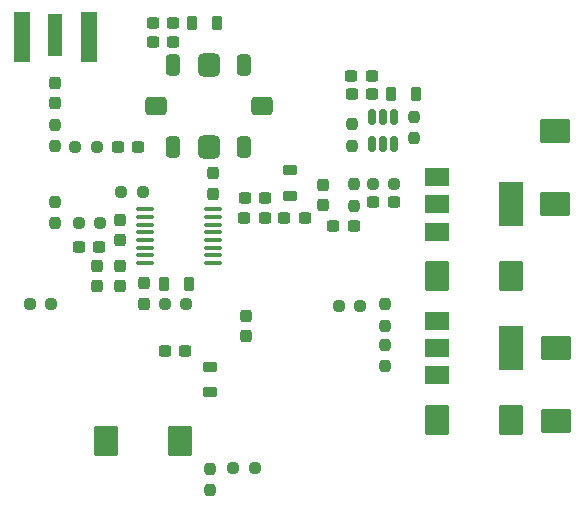
<source format=gbr>
%TF.GenerationSoftware,KiCad,Pcbnew,7.0.6-0*%
%TF.CreationDate,2023-12-30T17:32:03-06:00*%
%TF.ProjectId,LO_PLL,4c4f5f50-4c4c-42e6-9b69-6361645f7063,rev?*%
%TF.SameCoordinates,Original*%
%TF.FileFunction,Paste,Top*%
%TF.FilePolarity,Positive*%
%FSLAX46Y46*%
G04 Gerber Fmt 4.6, Leading zero omitted, Abs format (unit mm)*
G04 Created by KiCad (PCBNEW 7.0.6-0) date 2023-12-30 17:32:03*
%MOMM*%
%LPD*%
G01*
G04 APERTURE LIST*
G04 Aperture macros list*
%AMRoundRect*
0 Rectangle with rounded corners*
0 $1 Rounding radius*
0 $2 $3 $4 $5 $6 $7 $8 $9 X,Y pos of 4 corners*
0 Add a 4 corners polygon primitive as box body*
4,1,4,$2,$3,$4,$5,$6,$7,$8,$9,$2,$3,0*
0 Add four circle primitives for the rounded corners*
1,1,$1+$1,$2,$3*
1,1,$1+$1,$4,$5*
1,1,$1+$1,$6,$7*
1,1,$1+$1,$8,$9*
0 Add four rect primitives between the rounded corners*
20,1,$1+$1,$2,$3,$4,$5,0*
20,1,$1+$1,$4,$5,$6,$7,0*
20,1,$1+$1,$6,$7,$8,$9,0*
20,1,$1+$1,$8,$9,$2,$3,0*%
G04 Aperture macros list end*
%ADD10RoundRect,0.237500X0.237500X-0.300000X0.237500X0.300000X-0.237500X0.300000X-0.237500X-0.300000X0*%
%ADD11RoundRect,0.250000X-1.025000X0.787500X-1.025000X-0.787500X1.025000X-0.787500X1.025000X0.787500X0*%
%ADD12RoundRect,0.237500X-0.237500X0.250000X-0.237500X-0.250000X0.237500X-0.250000X0.237500X0.250000X0*%
%ADD13RoundRect,0.237500X-0.300000X-0.237500X0.300000X-0.237500X0.300000X0.237500X-0.300000X0.237500X0*%
%ADD14RoundRect,0.237500X0.237500X-0.250000X0.237500X0.250000X-0.237500X0.250000X-0.237500X-0.250000X0*%
%ADD15R,2.000000X1.500000*%
%ADD16R,2.000000X3.800000*%
%ADD17RoundRect,0.250000X0.787500X1.025000X-0.787500X1.025000X-0.787500X-1.025000X0.787500X-1.025000X0*%
%ADD18RoundRect,0.237500X-0.237500X0.300000X-0.237500X-0.300000X0.237500X-0.300000X0.237500X0.300000X0*%
%ADD19RoundRect,0.237500X0.300000X0.237500X-0.300000X0.237500X-0.300000X-0.237500X0.300000X-0.237500X0*%
%ADD20RoundRect,0.237500X0.250000X0.237500X-0.250000X0.237500X-0.250000X-0.237500X0.250000X-0.237500X0*%
%ADD21RoundRect,0.237500X-0.250000X-0.237500X0.250000X-0.237500X0.250000X0.237500X-0.250000X0.237500X0*%
%ADD22RoundRect,0.250000X-0.787500X-1.025000X0.787500X-1.025000X0.787500X1.025000X-0.787500X1.025000X0*%
%ADD23RoundRect,0.218750X-0.381250X0.218750X-0.381250X-0.218750X0.381250X-0.218750X0.381250X0.218750X0*%
%ADD24RoundRect,0.218750X0.218750X0.381250X-0.218750X0.381250X-0.218750X-0.381250X0.218750X-0.381250X0*%
%ADD25RoundRect,0.218750X-0.218750X-0.381250X0.218750X-0.381250X0.218750X0.381250X-0.218750X0.381250X0*%
%ADD26RoundRect,0.100000X-0.637500X-0.100000X0.637500X-0.100000X0.637500X0.100000X-0.637500X0.100000X0*%
%ADD27RoundRect,0.150000X0.150000X-0.512500X0.150000X0.512500X-0.150000X0.512500X-0.150000X-0.512500X0*%
%ADD28R,1.270000X3.600000*%
%ADD29R,1.350000X4.200000*%
%ADD30RoundRect,0.250000X1.025000X-0.787500X1.025000X0.787500X-1.025000X0.787500X-1.025000X-0.787500X0*%
%ADD31RoundRect,0.300000X0.300000X0.600000X-0.300000X0.600000X-0.300000X-0.600000X0.300000X-0.600000X0*%
%ADD32RoundRect,0.475000X-0.475000X0.525000X-0.475000X-0.525000X0.475000X-0.525000X0.475000X0.525000X0*%
%ADD33RoundRect,0.400000X-0.550000X0.400000X-0.550000X-0.400000X0.550000X-0.400000X0.550000X0.400000X0*%
%ADD34RoundRect,0.218750X0.381250X-0.218750X0.381250X0.218750X-0.381250X0.218750X-0.381250X-0.218750X0*%
G04 APERTURE END LIST*
D10*
%TO.C,C15*%
X40100000Y-59012500D03*
X40100000Y-57287500D03*
%TD*%
D11*
%TO.C,C6*%
X77000000Y-68107500D03*
X77000000Y-74332500D03*
%TD*%
D12*
%TO.C,R6*%
X62520000Y-67837500D03*
X62520000Y-69662500D03*
%TD*%
D13*
%TO.C,C10*%
X53990000Y-57150000D03*
X55715000Y-57150000D03*
%TD*%
D14*
%TO.C,R9*%
X59880000Y-56075000D03*
X59880000Y-54250000D03*
%TD*%
%TO.C,R11*%
X64930000Y-50370000D03*
X64930000Y-48545000D03*
%TD*%
D10*
%TO.C,C13*%
X47962500Y-55050000D03*
X47962500Y-53325000D03*
%TD*%
D15*
%TO.C,U2*%
X66910000Y-65830000D03*
D16*
X73210000Y-68130000D03*
D15*
X66910000Y-68130000D03*
X66910000Y-70430000D03*
%TD*%
D17*
%TO.C,C1*%
X45150000Y-75960000D03*
X38925000Y-75960000D03*
%TD*%
D18*
%TO.C,C12*%
X40100000Y-61150000D03*
X40100000Y-62875000D03*
%TD*%
D19*
%TO.C,C14*%
X52350000Y-55400000D03*
X50625000Y-55400000D03*
%TD*%
%TO.C,C16*%
X38325000Y-59562500D03*
X36600000Y-59562500D03*
%TD*%
D10*
%TO.C,C25*%
X34600000Y-47375000D03*
X34600000Y-45650000D03*
%TD*%
D20*
%TO.C,R13*%
X38100000Y-51150000D03*
X36275000Y-51150000D03*
%TD*%
D21*
%TO.C,R16*%
X58605000Y-64580000D03*
X60430000Y-64580000D03*
%TD*%
D22*
%TO.C,C2*%
X66957500Y-74200000D03*
X73182500Y-74200000D03*
%TD*%
D13*
%TO.C,C5*%
X43850000Y-68400000D03*
X45575000Y-68400000D03*
%TD*%
%TO.C,C20*%
X59685000Y-46610000D03*
X61410000Y-46610000D03*
%TD*%
D20*
%TO.C,R7*%
X42012500Y-54900000D03*
X40187500Y-54900000D03*
%TD*%
D12*
%TO.C,R5*%
X62520000Y-64425000D03*
X62520000Y-66250000D03*
%TD*%
D13*
%TO.C,C21*%
X59680000Y-45070000D03*
X61405000Y-45070000D03*
%TD*%
%TO.C,C23*%
X42860000Y-40600000D03*
X44585000Y-40600000D03*
%TD*%
D23*
%TO.C,FB1*%
X47720000Y-69717500D03*
X47720000Y-71842500D03*
%TD*%
D13*
%TO.C,C18*%
X58142500Y-57775000D03*
X59867500Y-57775000D03*
%TD*%
D14*
%TO.C,R15*%
X34600000Y-57562500D03*
X34600000Y-55737500D03*
%TD*%
D24*
%TO.C,FB4*%
X65142500Y-46610000D03*
X63017500Y-46610000D03*
%TD*%
D14*
%TO.C,R14*%
X34600000Y-51062500D03*
X34600000Y-49237500D03*
%TD*%
D21*
%TO.C,R10*%
X61480000Y-54250000D03*
X63305000Y-54250000D03*
%TD*%
D25*
%TO.C,FB5*%
X46160000Y-40600000D03*
X48285000Y-40600000D03*
%TD*%
D26*
%TO.C,U4*%
X42237500Y-56375000D03*
X42237500Y-57025000D03*
X42237500Y-57675000D03*
X42237500Y-58325000D03*
X42237500Y-58975000D03*
X42237500Y-59625000D03*
X42237500Y-60275000D03*
X42237500Y-60925000D03*
X47962500Y-60925000D03*
X47962500Y-60275000D03*
X47962500Y-59625000D03*
X47962500Y-58975000D03*
X47962500Y-58325000D03*
X47962500Y-57675000D03*
X47962500Y-57025000D03*
X47962500Y-56375000D03*
%TD*%
D27*
%TO.C,U5*%
X61400000Y-50820000D03*
X62350000Y-50820000D03*
X63300000Y-50820000D03*
X63300000Y-48545000D03*
X62350000Y-48545000D03*
X61400000Y-48545000D03*
%TD*%
D20*
%TO.C,R4*%
X45675000Y-64400000D03*
X43850000Y-64400000D03*
%TD*%
D19*
%TO.C,C9*%
X52325000Y-57150000D03*
X50600000Y-57150000D03*
%TD*%
D20*
%TO.C,R3*%
X34262500Y-64400000D03*
X32437500Y-64400000D03*
%TD*%
D19*
%TO.C,C22*%
X44582500Y-42180000D03*
X42857500Y-42180000D03*
%TD*%
D15*
%TO.C,U3*%
X66900000Y-53670000D03*
X66900000Y-55970000D03*
D16*
X73200000Y-55970000D03*
D15*
X66900000Y-58270000D03*
%TD*%
D13*
%TO.C,C19*%
X61525000Y-55790000D03*
X63250000Y-55790000D03*
%TD*%
D28*
%TO.C,J2*%
X34600000Y-41612500D03*
D29*
X37425000Y-41812500D03*
X31775000Y-41812500D03*
%TD*%
D10*
%TO.C,C17*%
X57280000Y-56050000D03*
X57280000Y-54325000D03*
%TD*%
%TO.C,C11*%
X38100000Y-62875000D03*
X38100000Y-61150000D03*
%TD*%
D30*
%TO.C,C7*%
X76950000Y-55970000D03*
X76950000Y-49745000D03*
%TD*%
D20*
%TO.C,R1*%
X51492500Y-78300000D03*
X49667500Y-78300000D03*
%TD*%
D18*
%TO.C,C8*%
X42100000Y-62650000D03*
X42100000Y-64375000D03*
%TD*%
D12*
%TO.C,R12*%
X59760000Y-49167500D03*
X59760000Y-50992500D03*
%TD*%
D22*
%TO.C,C3*%
X66935000Y-62040000D03*
X73160000Y-62040000D03*
%TD*%
D14*
%TO.C,R2*%
X47670000Y-80162500D03*
X47670000Y-78337500D03*
%TD*%
D19*
%TO.C,C24*%
X41600000Y-51150000D03*
X39875000Y-51150000D03*
%TD*%
D31*
%TO.C,U6*%
X50600000Y-44150000D03*
D32*
X47600000Y-44150000D03*
D31*
X44600000Y-44150000D03*
D33*
X43100000Y-47650000D03*
D31*
X44600000Y-51150000D03*
D32*
X47600000Y-51150000D03*
D31*
X50600000Y-51150000D03*
D33*
X52100000Y-47650000D03*
%TD*%
D21*
%TO.C,R8*%
X36600000Y-57562500D03*
X38425000Y-57562500D03*
%TD*%
D34*
%TO.C,FB3*%
X54510000Y-55222500D03*
X54510000Y-53097500D03*
%TD*%
D25*
%TO.C,FB2*%
X43815000Y-62670000D03*
X45940000Y-62670000D03*
%TD*%
D18*
%TO.C,C4*%
X50790000Y-65390000D03*
X50790000Y-67115000D03*
%TD*%
M02*

</source>
